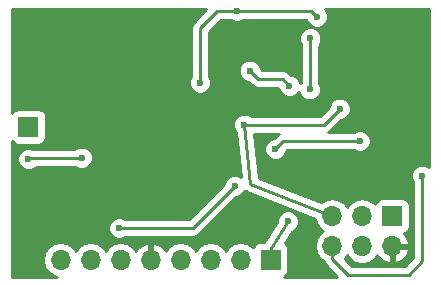
<source format=gbr>
G04 #@! TF.FileFunction,Copper,L2,Bot,Signal*
%FSLAX46Y46*%
G04 Gerber Fmt 4.6, Leading zero omitted, Abs format (unit mm)*
G04 Created by KiCad (PCBNEW 4.0.7) date 11/26/17 14:21:04*
%MOMM*%
%LPD*%
G01*
G04 APERTURE LIST*
%ADD10C,0.100000*%
%ADD11R,1.700000X1.700000*%
%ADD12O,1.700000X1.700000*%
%ADD13C,0.600000*%
%ADD14C,0.250000*%
%ADD15C,0.254000*%
G04 APERTURE END LIST*
D10*
D11*
X210312000Y-106680000D03*
D12*
X210312000Y-109220000D03*
X207772000Y-106680000D03*
X207772000Y-109220000D03*
X205232000Y-106680000D03*
X205232000Y-109220000D03*
D11*
X200025000Y-110363000D03*
D12*
X197485000Y-110363000D03*
X194945000Y-110363000D03*
X192405000Y-110363000D03*
X189865000Y-110363000D03*
X187325000Y-110363000D03*
X184785000Y-110363000D03*
X182245000Y-110363000D03*
D11*
X179514500Y-99123500D03*
D13*
X188658500Y-96964500D03*
X206184500Y-89535000D03*
X209105500Y-103441500D03*
X195770500Y-102616000D03*
X195643500Y-100965000D03*
X203327000Y-95948500D03*
X203390500Y-91630500D03*
X198247000Y-94361000D03*
X201612500Y-95631000D03*
X201485500Y-107124500D03*
X205867000Y-97599500D03*
X197802500Y-98933000D03*
X187198000Y-107696000D03*
X196977000Y-104140000D03*
X194056000Y-95377000D03*
X197167500Y-89281000D03*
X200425000Y-101009500D03*
X207581500Y-100330000D03*
X203962000Y-89789000D03*
X212852000Y-103251000D03*
X184023000Y-101727000D03*
X179514500Y-101854000D03*
D14*
X203390500Y-91630500D02*
X203327000Y-91694000D01*
X203327000Y-91694000D02*
X203327000Y-95948500D01*
X198945500Y-95059500D02*
X198247000Y-94361000D01*
X201041000Y-95059500D02*
X198945500Y-95059500D01*
X201612500Y-95631000D02*
X201041000Y-95059500D01*
X200025000Y-110363000D02*
X200025000Y-109410500D01*
X200025000Y-109410500D02*
X201485500Y-107124500D01*
X197802500Y-98933000D02*
X204533500Y-98933000D01*
X205867000Y-97599500D02*
X204533500Y-98933000D01*
X198310500Y-103949500D02*
X205232000Y-106680000D01*
X197802500Y-98933000D02*
X198310500Y-103949500D01*
X193421000Y-107696000D02*
X187198000Y-107696000D01*
X196977000Y-104140000D02*
X193421000Y-107696000D01*
X197167500Y-89281000D02*
X195516500Y-89281000D01*
X194056000Y-90741500D02*
X194056000Y-95377000D01*
X195516500Y-89281000D02*
X194056000Y-90741500D01*
X197167500Y-89281000D02*
X203454000Y-89281000D01*
X203454000Y-89281000D02*
X203962000Y-89789000D01*
X201104500Y-100330000D02*
X207581500Y-100330000D01*
X200425000Y-101009500D02*
X201104500Y-100330000D01*
X205232000Y-109220000D02*
X205232000Y-110299500D01*
X212852000Y-110490000D02*
X212852000Y-103251000D01*
X211709000Y-111633000D02*
X212852000Y-110490000D01*
X206565500Y-111633000D02*
X211709000Y-111633000D01*
X205232000Y-110299500D02*
X206565500Y-111633000D01*
X179641500Y-101727000D02*
X184023000Y-101727000D01*
X179514500Y-101854000D02*
X179641500Y-101727000D01*
D15*
G36*
X193518599Y-90204099D02*
X193353852Y-90450661D01*
X193296000Y-90741500D01*
X193296000Y-94814537D01*
X193263808Y-94846673D01*
X193121162Y-95190201D01*
X193120838Y-95562167D01*
X193262883Y-95905943D01*
X193525673Y-96169192D01*
X193869201Y-96311838D01*
X194241167Y-96312162D01*
X194584943Y-96170117D01*
X194848192Y-95907327D01*
X194990838Y-95563799D01*
X194991162Y-95191833D01*
X194849117Y-94848057D01*
X194816000Y-94814882D01*
X194816000Y-94546167D01*
X197311838Y-94546167D01*
X197453883Y-94889943D01*
X197716673Y-95153192D01*
X198060201Y-95295838D01*
X198107077Y-95295879D01*
X198408099Y-95596901D01*
X198654660Y-95761648D01*
X198945500Y-95819500D01*
X200678715Y-95819500D01*
X200819383Y-96159943D01*
X201082173Y-96423192D01*
X201425701Y-96565838D01*
X201797667Y-96566162D01*
X202141443Y-96424117D01*
X202403683Y-96162334D01*
X202533883Y-96477443D01*
X202796673Y-96740692D01*
X203140201Y-96883338D01*
X203512167Y-96883662D01*
X203855943Y-96741617D01*
X204119192Y-96478827D01*
X204261838Y-96135299D01*
X204262162Y-95763333D01*
X204120117Y-95419557D01*
X204087000Y-95386382D01*
X204087000Y-92256352D01*
X204182692Y-92160827D01*
X204325338Y-91817299D01*
X204325662Y-91445333D01*
X204183617Y-91101557D01*
X203920827Y-90838308D01*
X203577299Y-90695662D01*
X203205333Y-90695338D01*
X202861557Y-90837383D01*
X202598308Y-91100173D01*
X202455662Y-91443701D01*
X202455338Y-91815667D01*
X202567000Y-92085910D01*
X202567000Y-95386037D01*
X202535817Y-95417166D01*
X202405617Y-95102057D01*
X202142827Y-94838808D01*
X201799299Y-94696162D01*
X201752423Y-94696121D01*
X201578401Y-94522099D01*
X201331839Y-94357352D01*
X201041000Y-94299500D01*
X199260302Y-94299500D01*
X199182122Y-94221320D01*
X199182162Y-94175833D01*
X199040117Y-93832057D01*
X198777327Y-93568808D01*
X198433799Y-93426162D01*
X198061833Y-93425838D01*
X197718057Y-93567883D01*
X197454808Y-93830673D01*
X197312162Y-94174201D01*
X197311838Y-94546167D01*
X194816000Y-94546167D01*
X194816000Y-91056302D01*
X195831302Y-90041000D01*
X196605037Y-90041000D01*
X196637173Y-90073192D01*
X196980701Y-90215838D01*
X197352667Y-90216162D01*
X197696443Y-90074117D01*
X197729618Y-90041000D01*
X203054453Y-90041000D01*
X203168883Y-90317943D01*
X203431673Y-90581192D01*
X203775201Y-90723838D01*
X204147167Y-90724162D01*
X204490943Y-90582117D01*
X204754192Y-90319327D01*
X204896838Y-89975799D01*
X204897162Y-89603833D01*
X204755117Y-89260057D01*
X204660725Y-89165500D01*
X213412000Y-89165500D01*
X213412000Y-102488533D01*
X213382327Y-102458808D01*
X213038799Y-102316162D01*
X212666833Y-102315838D01*
X212323057Y-102457883D01*
X212059808Y-102720673D01*
X211917162Y-103064201D01*
X211916838Y-103436167D01*
X212058883Y-103779943D01*
X212092000Y-103813118D01*
X212092000Y-110175198D01*
X211394198Y-110873000D01*
X206880302Y-110873000D01*
X206291825Y-110284523D01*
X206502000Y-109969974D01*
X206721946Y-110299147D01*
X207203715Y-110621054D01*
X207772000Y-110734093D01*
X208340285Y-110621054D01*
X208822054Y-110299147D01*
X209049702Y-109958447D01*
X209116817Y-110101358D01*
X209545076Y-110491645D01*
X209955110Y-110661476D01*
X210185000Y-110540155D01*
X210185000Y-109347000D01*
X210439000Y-109347000D01*
X210439000Y-110540155D01*
X210668890Y-110661476D01*
X211078924Y-110491645D01*
X211507183Y-110101358D01*
X211753486Y-109576892D01*
X211632819Y-109347000D01*
X210439000Y-109347000D01*
X210185000Y-109347000D01*
X210165000Y-109347000D01*
X210165000Y-109093000D01*
X210185000Y-109093000D01*
X210185000Y-109073000D01*
X210439000Y-109073000D01*
X210439000Y-109093000D01*
X211632819Y-109093000D01*
X211753486Y-108863108D01*
X211507183Y-108338642D01*
X211301496Y-108151192D01*
X211397317Y-108133162D01*
X211613441Y-107994090D01*
X211758431Y-107781890D01*
X211809440Y-107530000D01*
X211809440Y-105830000D01*
X211765162Y-105594683D01*
X211626090Y-105378559D01*
X211413890Y-105233569D01*
X211162000Y-105182560D01*
X209462000Y-105182560D01*
X209226683Y-105226838D01*
X209010559Y-105365910D01*
X208865569Y-105578110D01*
X208851914Y-105645541D01*
X208822054Y-105600853D01*
X208340285Y-105278946D01*
X207772000Y-105165907D01*
X207203715Y-105278946D01*
X206721946Y-105600853D01*
X206502000Y-105930026D01*
X206282054Y-105600853D01*
X205800285Y-105278946D01*
X205232000Y-105165907D01*
X204663715Y-105278946D01*
X204325071Y-105505220D01*
X199019996Y-103412393D01*
X198643349Y-99693000D01*
X200716160Y-99693000D01*
X200567099Y-99792599D01*
X200285320Y-100074378D01*
X200239833Y-100074338D01*
X199896057Y-100216383D01*
X199632808Y-100479173D01*
X199490162Y-100822701D01*
X199489838Y-101194667D01*
X199631883Y-101538443D01*
X199894673Y-101801692D01*
X200238201Y-101944338D01*
X200610167Y-101944662D01*
X200953943Y-101802617D01*
X201217192Y-101539827D01*
X201359838Y-101196299D01*
X201359879Y-101149423D01*
X201419302Y-101090000D01*
X207019037Y-101090000D01*
X207051173Y-101122192D01*
X207394701Y-101264838D01*
X207766667Y-101265162D01*
X208110443Y-101123117D01*
X208373692Y-100860327D01*
X208516338Y-100516799D01*
X208516662Y-100144833D01*
X208374617Y-99801057D01*
X208111827Y-99537808D01*
X207768299Y-99395162D01*
X207396333Y-99394838D01*
X207052557Y-99536883D01*
X207019382Y-99570000D01*
X204921840Y-99570000D01*
X205070901Y-99470401D01*
X206006680Y-98534622D01*
X206052167Y-98534662D01*
X206395943Y-98392617D01*
X206659192Y-98129827D01*
X206801838Y-97786299D01*
X206802162Y-97414333D01*
X206660117Y-97070557D01*
X206397327Y-96807308D01*
X206053799Y-96664662D01*
X205681833Y-96664338D01*
X205338057Y-96806383D01*
X205074808Y-97069173D01*
X204932162Y-97412701D01*
X204932121Y-97459577D01*
X204218698Y-98173000D01*
X198364963Y-98173000D01*
X198332827Y-98140808D01*
X197989299Y-97998162D01*
X197617333Y-97997838D01*
X197273557Y-98139883D01*
X197010308Y-98402673D01*
X196867662Y-98746201D01*
X196867338Y-99118167D01*
X197009383Y-99461943D01*
X197101524Y-99554245D01*
X197484732Y-103338426D01*
X197163799Y-103205162D01*
X196791833Y-103204838D01*
X196448057Y-103346883D01*
X196184808Y-103609673D01*
X196042162Y-103953201D01*
X196042121Y-104000077D01*
X193106198Y-106936000D01*
X187760463Y-106936000D01*
X187728327Y-106903808D01*
X187384799Y-106761162D01*
X187012833Y-106760838D01*
X186669057Y-106902883D01*
X186405808Y-107165673D01*
X186263162Y-107509201D01*
X186262838Y-107881167D01*
X186404883Y-108224943D01*
X186667673Y-108488192D01*
X187011201Y-108630838D01*
X187383167Y-108631162D01*
X187726943Y-108489117D01*
X187760118Y-108456000D01*
X193421000Y-108456000D01*
X193711839Y-108398148D01*
X193958401Y-108233401D01*
X197116680Y-105075122D01*
X197162167Y-105075162D01*
X197505943Y-104933117D01*
X197769192Y-104670327D01*
X197826008Y-104533500D01*
X197829977Y-104538310D01*
X197933269Y-104593157D01*
X198031601Y-104656476D01*
X203790619Y-106928382D01*
X203860039Y-107277378D01*
X204181946Y-107759147D01*
X204467578Y-107950000D01*
X204181946Y-108140853D01*
X203860039Y-108622622D01*
X203747000Y-109190907D01*
X203747000Y-109249093D01*
X203860039Y-109817378D01*
X204181946Y-110299147D01*
X204516379Y-110522608D01*
X204529852Y-110590339D01*
X204694599Y-110836901D01*
X205669698Y-111812000D01*
X201116785Y-111812000D01*
X201326441Y-111677090D01*
X201471431Y-111464890D01*
X201522440Y-111213000D01*
X201522440Y-109513000D01*
X201478162Y-109277683D01*
X201339090Y-109061559D01*
X201207323Y-108971526D01*
X201832668Y-107992725D01*
X202014443Y-107917617D01*
X202277692Y-107654827D01*
X202420338Y-107311299D01*
X202420662Y-106939333D01*
X202278617Y-106595557D01*
X202015827Y-106332308D01*
X201672299Y-106189662D01*
X201300333Y-106189338D01*
X200956557Y-106331383D01*
X200693308Y-106594173D01*
X200550662Y-106937701D01*
X200550454Y-107176432D01*
X199471289Y-108865560D01*
X199175000Y-108865560D01*
X198939683Y-108909838D01*
X198723559Y-109048910D01*
X198578569Y-109261110D01*
X198564914Y-109328541D01*
X198535054Y-109283853D01*
X198053285Y-108961946D01*
X197485000Y-108848907D01*
X196916715Y-108961946D01*
X196434946Y-109283853D01*
X196215000Y-109613026D01*
X195995054Y-109283853D01*
X195513285Y-108961946D01*
X194945000Y-108848907D01*
X194376715Y-108961946D01*
X193894946Y-109283853D01*
X193675000Y-109613026D01*
X193455054Y-109283853D01*
X192973285Y-108961946D01*
X192405000Y-108848907D01*
X191836715Y-108961946D01*
X191354946Y-109283853D01*
X191127298Y-109624553D01*
X191060183Y-109481642D01*
X190631924Y-109091355D01*
X190221890Y-108921524D01*
X189992000Y-109042845D01*
X189992000Y-110236000D01*
X190012000Y-110236000D01*
X190012000Y-110490000D01*
X189992000Y-110490000D01*
X189992000Y-110510000D01*
X189738000Y-110510000D01*
X189738000Y-110490000D01*
X189718000Y-110490000D01*
X189718000Y-110236000D01*
X189738000Y-110236000D01*
X189738000Y-109042845D01*
X189508110Y-108921524D01*
X189098076Y-109091355D01*
X188669817Y-109481642D01*
X188602702Y-109624553D01*
X188375054Y-109283853D01*
X187893285Y-108961946D01*
X187325000Y-108848907D01*
X186756715Y-108961946D01*
X186274946Y-109283853D01*
X186055000Y-109613026D01*
X185835054Y-109283853D01*
X185353285Y-108961946D01*
X184785000Y-108848907D01*
X184216715Y-108961946D01*
X183734946Y-109283853D01*
X183515000Y-109613026D01*
X183295054Y-109283853D01*
X182813285Y-108961946D01*
X182245000Y-108848907D01*
X181676715Y-108961946D01*
X181194946Y-109283853D01*
X180873039Y-109765622D01*
X180760000Y-110333907D01*
X180760000Y-110392093D01*
X180873039Y-110960378D01*
X181194946Y-111442147D01*
X181676715Y-111764054D01*
X181917756Y-111812000D01*
X178129000Y-111812000D01*
X178129000Y-102039167D01*
X178579338Y-102039167D01*
X178721383Y-102382943D01*
X178984173Y-102646192D01*
X179327701Y-102788838D01*
X179699667Y-102789162D01*
X180043443Y-102647117D01*
X180203840Y-102487000D01*
X183460537Y-102487000D01*
X183492673Y-102519192D01*
X183836201Y-102661838D01*
X184208167Y-102662162D01*
X184551943Y-102520117D01*
X184815192Y-102257327D01*
X184957838Y-101913799D01*
X184958162Y-101541833D01*
X184816117Y-101198057D01*
X184553327Y-100934808D01*
X184209799Y-100792162D01*
X183837833Y-100791838D01*
X183494057Y-100933883D01*
X183460882Y-100967000D01*
X179816505Y-100967000D01*
X179701299Y-100919162D01*
X179329333Y-100918838D01*
X178985557Y-101060883D01*
X178722308Y-101323673D01*
X178579662Y-101667201D01*
X178579338Y-102039167D01*
X178129000Y-102039167D01*
X178129000Y-100313967D01*
X178200410Y-100424941D01*
X178412610Y-100569931D01*
X178664500Y-100620940D01*
X180364500Y-100620940D01*
X180599817Y-100576662D01*
X180815941Y-100437590D01*
X180960931Y-100225390D01*
X181011940Y-99973500D01*
X181011940Y-98273500D01*
X180967662Y-98038183D01*
X180828590Y-97822059D01*
X180616390Y-97677069D01*
X180364500Y-97626060D01*
X178664500Y-97626060D01*
X178429183Y-97670338D01*
X178213059Y-97809410D01*
X178129000Y-97932434D01*
X178129000Y-89165500D01*
X194557198Y-89165500D01*
X193518599Y-90204099D01*
X193518599Y-90204099D01*
G37*
X193518599Y-90204099D02*
X193353852Y-90450661D01*
X193296000Y-90741500D01*
X193296000Y-94814537D01*
X193263808Y-94846673D01*
X193121162Y-95190201D01*
X193120838Y-95562167D01*
X193262883Y-95905943D01*
X193525673Y-96169192D01*
X193869201Y-96311838D01*
X194241167Y-96312162D01*
X194584943Y-96170117D01*
X194848192Y-95907327D01*
X194990838Y-95563799D01*
X194991162Y-95191833D01*
X194849117Y-94848057D01*
X194816000Y-94814882D01*
X194816000Y-94546167D01*
X197311838Y-94546167D01*
X197453883Y-94889943D01*
X197716673Y-95153192D01*
X198060201Y-95295838D01*
X198107077Y-95295879D01*
X198408099Y-95596901D01*
X198654660Y-95761648D01*
X198945500Y-95819500D01*
X200678715Y-95819500D01*
X200819383Y-96159943D01*
X201082173Y-96423192D01*
X201425701Y-96565838D01*
X201797667Y-96566162D01*
X202141443Y-96424117D01*
X202403683Y-96162334D01*
X202533883Y-96477443D01*
X202796673Y-96740692D01*
X203140201Y-96883338D01*
X203512167Y-96883662D01*
X203855943Y-96741617D01*
X204119192Y-96478827D01*
X204261838Y-96135299D01*
X204262162Y-95763333D01*
X204120117Y-95419557D01*
X204087000Y-95386382D01*
X204087000Y-92256352D01*
X204182692Y-92160827D01*
X204325338Y-91817299D01*
X204325662Y-91445333D01*
X204183617Y-91101557D01*
X203920827Y-90838308D01*
X203577299Y-90695662D01*
X203205333Y-90695338D01*
X202861557Y-90837383D01*
X202598308Y-91100173D01*
X202455662Y-91443701D01*
X202455338Y-91815667D01*
X202567000Y-92085910D01*
X202567000Y-95386037D01*
X202535817Y-95417166D01*
X202405617Y-95102057D01*
X202142827Y-94838808D01*
X201799299Y-94696162D01*
X201752423Y-94696121D01*
X201578401Y-94522099D01*
X201331839Y-94357352D01*
X201041000Y-94299500D01*
X199260302Y-94299500D01*
X199182122Y-94221320D01*
X199182162Y-94175833D01*
X199040117Y-93832057D01*
X198777327Y-93568808D01*
X198433799Y-93426162D01*
X198061833Y-93425838D01*
X197718057Y-93567883D01*
X197454808Y-93830673D01*
X197312162Y-94174201D01*
X197311838Y-94546167D01*
X194816000Y-94546167D01*
X194816000Y-91056302D01*
X195831302Y-90041000D01*
X196605037Y-90041000D01*
X196637173Y-90073192D01*
X196980701Y-90215838D01*
X197352667Y-90216162D01*
X197696443Y-90074117D01*
X197729618Y-90041000D01*
X203054453Y-90041000D01*
X203168883Y-90317943D01*
X203431673Y-90581192D01*
X203775201Y-90723838D01*
X204147167Y-90724162D01*
X204490943Y-90582117D01*
X204754192Y-90319327D01*
X204896838Y-89975799D01*
X204897162Y-89603833D01*
X204755117Y-89260057D01*
X204660725Y-89165500D01*
X213412000Y-89165500D01*
X213412000Y-102488533D01*
X213382327Y-102458808D01*
X213038799Y-102316162D01*
X212666833Y-102315838D01*
X212323057Y-102457883D01*
X212059808Y-102720673D01*
X211917162Y-103064201D01*
X211916838Y-103436167D01*
X212058883Y-103779943D01*
X212092000Y-103813118D01*
X212092000Y-110175198D01*
X211394198Y-110873000D01*
X206880302Y-110873000D01*
X206291825Y-110284523D01*
X206502000Y-109969974D01*
X206721946Y-110299147D01*
X207203715Y-110621054D01*
X207772000Y-110734093D01*
X208340285Y-110621054D01*
X208822054Y-110299147D01*
X209049702Y-109958447D01*
X209116817Y-110101358D01*
X209545076Y-110491645D01*
X209955110Y-110661476D01*
X210185000Y-110540155D01*
X210185000Y-109347000D01*
X210439000Y-109347000D01*
X210439000Y-110540155D01*
X210668890Y-110661476D01*
X211078924Y-110491645D01*
X211507183Y-110101358D01*
X211753486Y-109576892D01*
X211632819Y-109347000D01*
X210439000Y-109347000D01*
X210185000Y-109347000D01*
X210165000Y-109347000D01*
X210165000Y-109093000D01*
X210185000Y-109093000D01*
X210185000Y-109073000D01*
X210439000Y-109073000D01*
X210439000Y-109093000D01*
X211632819Y-109093000D01*
X211753486Y-108863108D01*
X211507183Y-108338642D01*
X211301496Y-108151192D01*
X211397317Y-108133162D01*
X211613441Y-107994090D01*
X211758431Y-107781890D01*
X211809440Y-107530000D01*
X211809440Y-105830000D01*
X211765162Y-105594683D01*
X211626090Y-105378559D01*
X211413890Y-105233569D01*
X211162000Y-105182560D01*
X209462000Y-105182560D01*
X209226683Y-105226838D01*
X209010559Y-105365910D01*
X208865569Y-105578110D01*
X208851914Y-105645541D01*
X208822054Y-105600853D01*
X208340285Y-105278946D01*
X207772000Y-105165907D01*
X207203715Y-105278946D01*
X206721946Y-105600853D01*
X206502000Y-105930026D01*
X206282054Y-105600853D01*
X205800285Y-105278946D01*
X205232000Y-105165907D01*
X204663715Y-105278946D01*
X204325071Y-105505220D01*
X199019996Y-103412393D01*
X198643349Y-99693000D01*
X200716160Y-99693000D01*
X200567099Y-99792599D01*
X200285320Y-100074378D01*
X200239833Y-100074338D01*
X199896057Y-100216383D01*
X199632808Y-100479173D01*
X199490162Y-100822701D01*
X199489838Y-101194667D01*
X199631883Y-101538443D01*
X199894673Y-101801692D01*
X200238201Y-101944338D01*
X200610167Y-101944662D01*
X200953943Y-101802617D01*
X201217192Y-101539827D01*
X201359838Y-101196299D01*
X201359879Y-101149423D01*
X201419302Y-101090000D01*
X207019037Y-101090000D01*
X207051173Y-101122192D01*
X207394701Y-101264838D01*
X207766667Y-101265162D01*
X208110443Y-101123117D01*
X208373692Y-100860327D01*
X208516338Y-100516799D01*
X208516662Y-100144833D01*
X208374617Y-99801057D01*
X208111827Y-99537808D01*
X207768299Y-99395162D01*
X207396333Y-99394838D01*
X207052557Y-99536883D01*
X207019382Y-99570000D01*
X204921840Y-99570000D01*
X205070901Y-99470401D01*
X206006680Y-98534622D01*
X206052167Y-98534662D01*
X206395943Y-98392617D01*
X206659192Y-98129827D01*
X206801838Y-97786299D01*
X206802162Y-97414333D01*
X206660117Y-97070557D01*
X206397327Y-96807308D01*
X206053799Y-96664662D01*
X205681833Y-96664338D01*
X205338057Y-96806383D01*
X205074808Y-97069173D01*
X204932162Y-97412701D01*
X204932121Y-97459577D01*
X204218698Y-98173000D01*
X198364963Y-98173000D01*
X198332827Y-98140808D01*
X197989299Y-97998162D01*
X197617333Y-97997838D01*
X197273557Y-98139883D01*
X197010308Y-98402673D01*
X196867662Y-98746201D01*
X196867338Y-99118167D01*
X197009383Y-99461943D01*
X197101524Y-99554245D01*
X197484732Y-103338426D01*
X197163799Y-103205162D01*
X196791833Y-103204838D01*
X196448057Y-103346883D01*
X196184808Y-103609673D01*
X196042162Y-103953201D01*
X196042121Y-104000077D01*
X193106198Y-106936000D01*
X187760463Y-106936000D01*
X187728327Y-106903808D01*
X187384799Y-106761162D01*
X187012833Y-106760838D01*
X186669057Y-106902883D01*
X186405808Y-107165673D01*
X186263162Y-107509201D01*
X186262838Y-107881167D01*
X186404883Y-108224943D01*
X186667673Y-108488192D01*
X187011201Y-108630838D01*
X187383167Y-108631162D01*
X187726943Y-108489117D01*
X187760118Y-108456000D01*
X193421000Y-108456000D01*
X193711839Y-108398148D01*
X193958401Y-108233401D01*
X197116680Y-105075122D01*
X197162167Y-105075162D01*
X197505943Y-104933117D01*
X197769192Y-104670327D01*
X197826008Y-104533500D01*
X197829977Y-104538310D01*
X197933269Y-104593157D01*
X198031601Y-104656476D01*
X203790619Y-106928382D01*
X203860039Y-107277378D01*
X204181946Y-107759147D01*
X204467578Y-107950000D01*
X204181946Y-108140853D01*
X203860039Y-108622622D01*
X203747000Y-109190907D01*
X203747000Y-109249093D01*
X203860039Y-109817378D01*
X204181946Y-110299147D01*
X204516379Y-110522608D01*
X204529852Y-110590339D01*
X204694599Y-110836901D01*
X205669698Y-111812000D01*
X201116785Y-111812000D01*
X201326441Y-111677090D01*
X201471431Y-111464890D01*
X201522440Y-111213000D01*
X201522440Y-109513000D01*
X201478162Y-109277683D01*
X201339090Y-109061559D01*
X201207323Y-108971526D01*
X201832668Y-107992725D01*
X202014443Y-107917617D01*
X202277692Y-107654827D01*
X202420338Y-107311299D01*
X202420662Y-106939333D01*
X202278617Y-106595557D01*
X202015827Y-106332308D01*
X201672299Y-106189662D01*
X201300333Y-106189338D01*
X200956557Y-106331383D01*
X200693308Y-106594173D01*
X200550662Y-106937701D01*
X200550454Y-107176432D01*
X199471289Y-108865560D01*
X199175000Y-108865560D01*
X198939683Y-108909838D01*
X198723559Y-109048910D01*
X198578569Y-109261110D01*
X198564914Y-109328541D01*
X198535054Y-109283853D01*
X198053285Y-108961946D01*
X197485000Y-108848907D01*
X196916715Y-108961946D01*
X196434946Y-109283853D01*
X196215000Y-109613026D01*
X195995054Y-109283853D01*
X195513285Y-108961946D01*
X194945000Y-108848907D01*
X194376715Y-108961946D01*
X193894946Y-109283853D01*
X193675000Y-109613026D01*
X193455054Y-109283853D01*
X192973285Y-108961946D01*
X192405000Y-108848907D01*
X191836715Y-108961946D01*
X191354946Y-109283853D01*
X191127298Y-109624553D01*
X191060183Y-109481642D01*
X190631924Y-109091355D01*
X190221890Y-108921524D01*
X189992000Y-109042845D01*
X189992000Y-110236000D01*
X190012000Y-110236000D01*
X190012000Y-110490000D01*
X189992000Y-110490000D01*
X189992000Y-110510000D01*
X189738000Y-110510000D01*
X189738000Y-110490000D01*
X189718000Y-110490000D01*
X189718000Y-110236000D01*
X189738000Y-110236000D01*
X189738000Y-109042845D01*
X189508110Y-108921524D01*
X189098076Y-109091355D01*
X188669817Y-109481642D01*
X188602702Y-109624553D01*
X188375054Y-109283853D01*
X187893285Y-108961946D01*
X187325000Y-108848907D01*
X186756715Y-108961946D01*
X186274946Y-109283853D01*
X186055000Y-109613026D01*
X185835054Y-109283853D01*
X185353285Y-108961946D01*
X184785000Y-108848907D01*
X184216715Y-108961946D01*
X183734946Y-109283853D01*
X183515000Y-109613026D01*
X183295054Y-109283853D01*
X182813285Y-108961946D01*
X182245000Y-108848907D01*
X181676715Y-108961946D01*
X181194946Y-109283853D01*
X180873039Y-109765622D01*
X180760000Y-110333907D01*
X180760000Y-110392093D01*
X180873039Y-110960378D01*
X181194946Y-111442147D01*
X181676715Y-111764054D01*
X181917756Y-111812000D01*
X178129000Y-111812000D01*
X178129000Y-102039167D01*
X178579338Y-102039167D01*
X178721383Y-102382943D01*
X178984173Y-102646192D01*
X179327701Y-102788838D01*
X179699667Y-102789162D01*
X180043443Y-102647117D01*
X180203840Y-102487000D01*
X183460537Y-102487000D01*
X183492673Y-102519192D01*
X183836201Y-102661838D01*
X184208167Y-102662162D01*
X184551943Y-102520117D01*
X184815192Y-102257327D01*
X184957838Y-101913799D01*
X184958162Y-101541833D01*
X184816117Y-101198057D01*
X184553327Y-100934808D01*
X184209799Y-100792162D01*
X183837833Y-100791838D01*
X183494057Y-100933883D01*
X183460882Y-100967000D01*
X179816505Y-100967000D01*
X179701299Y-100919162D01*
X179329333Y-100918838D01*
X178985557Y-101060883D01*
X178722308Y-101323673D01*
X178579662Y-101667201D01*
X178579338Y-102039167D01*
X178129000Y-102039167D01*
X178129000Y-100313967D01*
X178200410Y-100424941D01*
X178412610Y-100569931D01*
X178664500Y-100620940D01*
X180364500Y-100620940D01*
X180599817Y-100576662D01*
X180815941Y-100437590D01*
X180960931Y-100225390D01*
X181011940Y-99973500D01*
X181011940Y-98273500D01*
X180967662Y-98038183D01*
X180828590Y-97822059D01*
X180616390Y-97677069D01*
X180364500Y-97626060D01*
X178664500Y-97626060D01*
X178429183Y-97670338D01*
X178213059Y-97809410D01*
X178129000Y-97932434D01*
X178129000Y-89165500D01*
X194557198Y-89165500D01*
X193518599Y-90204099D01*
M02*

</source>
